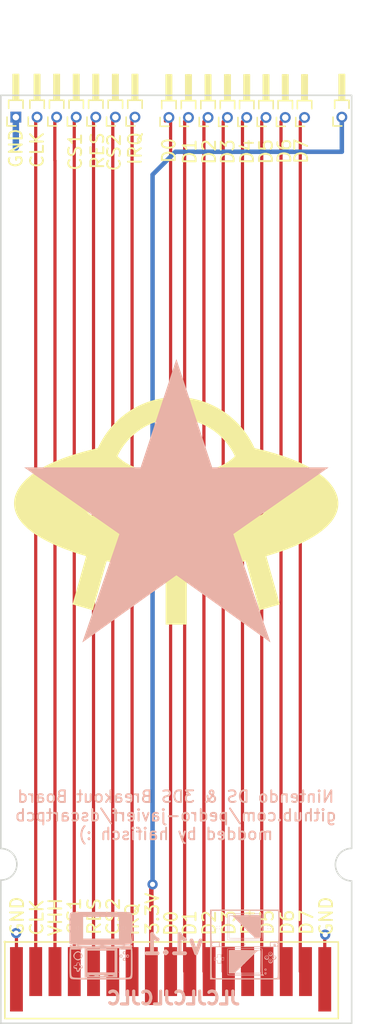
<source format=kicad_pcb>
(kicad_pcb (version 20211014) (generator pcbnew)
  (title_block (title "Nintendo DS Breakout Board") (date "2021-01-04") (rev "1.0") (company "pedro-javierf") (comment 1 "pedrojavier.com") (comment 2 "A breakout board for Nintendo DS/DSi/3DS exposing all signals"))
  (layers (0 "F.Cu" signal) (31 "B.Cu" signal) (34 "B.Paste" user) (35 "F.Paste" user) (36 "B.SilkS" user "B.Silkscreen") (37 "F.SilkS" user "F.Silkscreen") (38 "B.Mask" user) (39 "F.Mask" user) (44 "Edge.Cuts" user))
  (net 0 "")
  (net 1 "Net-(GNDLine1-Pad1)")
  (net 2 "Net-(J1-Pad1)")
  (net 3 "Net-(J2-Pad1)")
  (net 4 "Net-(J3-Pad1)")
  (net 5 "Net-(J4-Pad1)")
  (net 6 "Net-(J5-Pad1)")
  (net 7 "Net-(J6-Pad1)")
  (net 8 "Net-(J7-Pad1)")
  (net 9 "Net-(J8-Pad1)")
  (net 10 "Net-(J9-Pad1)")
  (net 11 "Net-(J10-Pad1)")
  (net 12 "Net-(J11-Pad1)")
  (net 13 "Net-(J12-Pad1)")
  (net 14 "Net-(J13-Pad1)")
  (net 15 "Net-(J14-Pad1)")
  (net 16 "Net-(J15-Pad1)")
  (footprint "Connector:nds_contact_pads" (layer "F.Cu") (at 92.770001 84.705)
    (fp_text reference "U1" hide)
    (fp_text value "ndsPADS")
    (pad "1" smd rect locked (at -7.1 3.95) (size 1 5) (layers "F.Cu" "F.Paste" "F.Mask") (net 1 "Net-(GNDLine1-Pad1)"))
    (pad "2" smd rect locked (at -5.6 3.35) (size 1 3.8) (layers "F.Cu" "F.Paste" "F.Mask") (net 2 "Net-(J1-Pad1)"))
    (pad "3" smd rect locked (at -4.1 3.35) (size 1 3.8) (layers "F.Cu" "F.Paste" "F.Mask") (net 15 "Net-(J14-Pad1)"))
    (pad "4" smd rect locked (at -2.6 3.35) (size 1 3.8) (layers "F.Cu" "F.Paste" "F.Mask") (net 3 "Net-(J2-Pad1)"))
    (pad "5" smd rect locked (at -1.1 3.35) (size 1 3.8) (layers "F.Cu" "F.Paste" "F.Mask") (net 4 "Net-(J3-Pad1)"))
    (pad "6" smd rect locked (at 0.4 3.35) (size 1 3.8) (layers "F.Cu" "F.Paste" "F.Mask") (net 5 "Net-(J4-Pad1)"))
    (pad "7" smd rect locked (at 1.9 3.35) (size 1 3.8) (layers "F.Cu" "F.Paste" "F.Mask") (net 6 "Net-(J5-Pad1)"))
    (pad "8" smd rect locked (at 3.4 3.7) (size 1 4.5) (layers "F.Cu" "F.Paste" "F.Mask") (net 16 "Net-(J15-Pad1)"))
    (pad "9" smd rect locked (at 4.9 3.35) (size 1 3.8) (layers "F.Cu" "F.Paste" "F.Mask") (net 7 "Net-(J6-Pad1)"))
    (pad "10" smd rect locked (at 6.4 3.35) (size 1 3.8) (layers "F.Cu" "F.Paste" "F.Mask") (net 8 "Net-(J7-Pad1)"))
    (pad "11" smd rect locked (at 7.9 3.35) (size 1 3.8) (layers "F.Cu" "F.Paste" "F.Mask") (net 9 "Net-(J8-Pad1)"))
    (pad "12" smd rect locked (at 9.4 3.35) (size 1 3.8) (layers "F.Cu" "F.Paste" "F.Mask") (net 10 "Net-(J9-Pad1)"))
    (pad "13" smd rect locked (at 10.9 3.35) (size 1 3.8) (layers "F.Cu" "F.Paste" "F.Mask") (net 11 "Net-(J10-Pad1)"))
    (pad "14" smd rect locked (at 12.4 3.35) (size 1 3.8) (layers "F.Cu" "F.Paste" "F.Mask") (net 12 "Net-(J11-Pad1)"))
    (pad "15" smd rect locked (at 13.9 3.35) (size 1 3.8) (layers "F.Cu" "F.Paste" "F.Mask") (net 13 "Net-(J12-Pad1)"))
    (pad "16" smd rect locked (at 15.4 3.35) (size 1 3.8) (layers "F.Cu" "F.Paste" "F.Mask") (net 14 "Net-(J13-Pad1)"))
    (pad "17" smd rect locked (at 16.9 3.95) (size 1 5) (layers "F.Cu" "F.Paste" "F.Mask") (net 1 "Net-(GNDLine1-Pad1)"))
  )
  (footprint "Connector_PinHeader_1.00mm:PinHeader_1x01_P1.00mm_Horizontal" (layer "F.Cu") (at 87.2744 21.6916 90)
    (fp_text reference "CLK" (at -2.54 0 90) (layer "F.SilkS"))
    (fp_text value "Conn_01x01_Female")
    (pad "1" thru_hole circle locked (at 0 0 90) (size 0.85 0.85) (drill 0.5) (layers *.Cu *.Mask) (net 2 "Net-(J1-Pad1)"))
  )
  (footprint "Connector_PinHeader_1.00mm:PinHeader_1x01_P1.00mm_Horizontal" (layer "F.Cu") (at 90.3224 21.6916 90)
    (fp_text reference "CS1" (at -2.6924 -0.0762 90) (layer "F.SilkS"))
    (fp_text value "Conn_01x01_Female")
    (pad "1" thru_hole circle locked (at 0 0 90) (size 0.85 0.85) (drill 0.5) (layers *.Cu *.Mask) (net 3 "Net-(J2-Pad1)"))
  )
  (footprint "Connector_PinHeader_1.00mm:PinHeader_1x01_P1.00mm_Horizontal" (layer "F.Cu") (at 91.8464 21.6916 90)
    (fp_text reference "RES" (at -2.6162 0.127 90) (layer "F.SilkS"))
    (fp_text value "Conn_01x01_Female")
    (pad "1" thru_hole circle locked (at 0 0 90) (size 0.85 0.85) (drill 0.5) (layers *.Cu *.Mask) (net 4 "Net-(J3-Pad1)"))
  )
  (footprint "Connector_PinHeader_1.00mm:PinHeader_1x01_P1.00mm_Horizontal" (layer "F.Cu") (at 93.3704 21.6916 90)
    (fp_text reference "CS2" (at -2.7432 -0.1016 90) (layer "F.SilkS"))
    (fp_text value "Conn_01x01_Female")
    (pad "1" thru_hole circle locked (at 0 0 90) (size 0.85 0.85) (drill 0.5) (layers *.Cu *.Mask) (net 5 "Net-(J4-Pad1)"))
  )
  (footprint "Connector_PinHeader_1.00mm:PinHeader_1x01_P1.00mm_Horizontal" (layer "F.Cu") (at 94.8944 21.6916 90)
    (fp_text reference "IRQ" (at -2.4384 0 90) (layer "F.SilkS"))
    (fp_text value "Conn_01x01_Female")
    (pad "1" thru_hole circle locked (at 0 0 90) (size 0.85 0.85) (drill 0.5) (layers *.Cu *.Mask) (net 6 "Net-(J5-Pad1)"))
  )
  (footprint "Connector_PinHeader_1.00mm:PinHeader_1x01_P1.00mm_Horizontal" (layer "F.Cu") (at 97.536 21.7206 90)
    (fp_text reference "D0" (at -2.5654 0 90) (layer "F.SilkS"))
    (fp_text value "Conn_01x01_Female")
    (pad "1" thru_hole circle locked (at 0 0 90) (size 0.85 0.85) (drill 0.5) (layers *.Cu *.Mask) (net 7 "Net-(J6-Pad1)"))
  )
  (footprint "Connector_PinHeader_1.00mm:PinHeader_1x01_P1.00mm_Horizontal" (layer "F.Cu") (at 99.06 21.7206 90)
    (fp_text reference "D1" (at -2.6634 0.1016 90) (layer "F.SilkS"))
    (fp_text value "Conn_01x01_Female")
    (pad "1" thru_hole circle locked (at 0 0 90) (size 0.85 0.85) (drill 0.5) (layers *.Cu *.Mask) (net 8 "Net-(J7-Pad1)"))
  )
  (footprint "Connector_PinHeader_1.00mm:PinHeader_1x01_P1.00mm_Horizontal" (layer "F.Cu") (at 100.584 21.7206 90)
    (fp_text reference "D2" (at -2.6634 0.0889 90) (layer "F.SilkS"))
    (fp_text value "Conn_01x01_Female")
    (pad "1" thru_hole circle locked (at 0 0 90) (size 0.85 0.85) (drill 0.5) (layers *.Cu *.Mask) (net 9 "Net-(J8-Pad1)"))
  )
  (footprint "Connector_PinHeader_1.00mm:PinHeader_1x01_P1.00mm_Horizontal" (layer "F.Cu") (at 102.095 21.7206 90)
    (fp_text reference "D3" (at -2.6634 0.0254 90) (layer "F.SilkS"))
    (fp_text value "Conn_01x01_Female")
    (pad "1" thru_hole circle locked (at 0 0 90) (size 0.85 0.85) (drill 0.5) (layers *.Cu *.Mask) (net 10 "Net-(J9-Pad1)"))
  )
  (footprint "Connector_PinHeader_1.00mm:PinHeader_1x01_P1.00mm_Horizontal" (layer "F.Cu") (at 103.595 21.7206 90)
    (fp_text reference "D4" (at -2.6634 0.0254 90) (layer "F.SilkS"))
    (fp_text value "Conn_01x01_Female")
    (pad "1" thru_hole circle locked (at 0 0 90) (size 0.85 0.85) (drill 0.5) (layers *.Cu *.Mask) (net 11 "Net-(J10-Pad1)"))
  )
  (footprint "Connector_PinHeader_1.00mm:PinHeader_1x01_P1.00mm_Horizontal" (layer "F.Cu") (at 105.095 21.7206 90)
    (fp_text reference "D5" (at -2.6494 -0.0014 90) (layer "F.SilkS"))
    (fp_text value "Conn_01x01_Female")
    (pad "1" thru_hole circle locked (at 0 0 90) (size 0.85 0.85) (drill 0.5) (layers *.Cu *.Mask) (net 12 "Net-(J11-Pad1)"))
  )
  (footprint "Connector_PinHeader_1.00mm:PinHeader_1x01_P1.00mm_Horizontal" (layer "F.Cu") (at 106.595 21.7206 90)
    (fp_text reference "D6" (at -2.6162 -0.0635 270) (layer "F.SilkS"))
    (fp_text value "Conn_01x01_Female")
    (pad "1" thru_hole circle locked (at 0 0 90) (size 0.85 0.85) (drill 0.5) (layers *.Cu *.Mask) (net 13 "Net-(J12-Pad1)"))
  )
  (footprint "Connector_PinHeader_1.00mm:PinHeader_1x01_P1.00mm_Horizontal" (layer "F.Cu") (at 108.095 21.7206 90)
    (fp_text reference "D7" (at -2.6162 -0.254 90) (layer "F.SilkS"))
    (fp_text value "Conn_01x01_Female")
    (pad "1" thru_hole circle locked (at 0 0 90) (size 0.85 0.85) (drill 0.5) (layers *.Cu *.Mask) (net 14 "Net-(J13-Pad1)"))
  )
  (footprint "Connector_PinHeader_1.00mm:PinHeader_1x01_P1.00mm_Horizontal" (layer "F.Cu") (at 85.6234 21.6916 90)
    (fp_text reference "GND" (at -2.413 0 90) (layer "F.SilkS"))
    (fp_text value "Conn_01x01_Female")
    (pad "1" thru_hole rect locked (at 0 0 90) (size 0.85 0.85) (drill 0.5) (layers *.Cu *.Mask) (net 1 "Net-(GNDLine1-Pad1)"))
  )
  (footprint "Connector:3dsIcon" (layer "F.Cu") (at 92.2528 86.1314)
    (fp_text reference "G***" hide)
    (fp_text value "LOGO" hide)
  )
  (footprint "Connector_PinHeader_1.00mm:PinHeader_1x01_P1.00mm_Horizontal" (layer "F.Cu") (at 88.7984 21.6916 90)
    (fp_text reference "J14" hide)
    (fp_text value "Conn_01x01_Female")
    (pad "1" thru_hole circle locked (at 0 0 90) (size 0.85 0.85) (drill 0.5) (layers *.Cu *.Mask) (net 15 "Net-(J14-Pad1)"))
  )
  (footprint "Connector_PinHeader_1.00mm:PinHeader_1x01_P1.00mm_Horizontal" (layer "F.Cu") (at 110.998 21.695 90)
    (fp_text reference "3.3V" hide)
    (fp_text value "Conn_01x01_Female")
    (pad "1" thru_hole circle locked (at 0 0 90) (size 0.85 0.85) (drill 0.5) (layers *.Cu *.Mask) (net 16 "Net-(J15-Pad1)"))
  )
  (footprint "Connector:ndsIcon" (layer "F.Cu") (at 103.4542 85.9536)
    (fp_text reference "G***" hide)
    (fp_text value "LOGO" hide)
    (fp_text user "Y" (at 1.7 1) (layer "B.SilkS") (effects (font (size 0.1 0.1) (thickness 0.025))))
    (fp_text user "B" (at 1.975 1.275) (layer "B.SilkS") (effects (font (size 0.1 0.1) (thickness 0.025))))
    (fp_text user "X" (at 1.975 0.725) (layer "B.SilkS") (effects (font (size 0.1 0.1) (thickness 0.025))))
    (fp_text user "A" (at 2.275 0.975) (layer "B.SilkS") (effects (font (size 0.1 0.1) (thickness 0.025))))
  )
  (gr_poly (pts (xy 100.903618 48.895529) (xy 109.973533 48.895529) (xy 102.549325 54.076071) (xy 105.443867 62.495113) (xy 98.120201 57.277528) (xy 90.796535 62.495113) (xy 93.685784 54.076071) (xy 86.266868 48.895529) (xy 95.336784 48.895529) (xy 98.120201 40.476488)) (layer "B.SilkS") (width 0) (fill solid))
  (gr_poly (pts (xy 98.364944 43.44021) (xy 98.623342 43.455162) (xy 98.88 43.48) (xy 99.134706 43.514655) (xy 99.387249 43.55906) (xy 99.637417 43.613147) (xy 99.885 43.676848) (xy 100.129786 43.750096) (xy 100.371564 43.832823) (xy 100.610124 43.92496) (xy 100.845253 44.026441) (xy 101.07674 44.137197) (xy 101.304376 44.25716) (xy 101.527947 44.386264) (xy 101.747244 44.524439) (xy 101.962054 44.671619) (xy 102.143124 44.805405) (xy 102.319149 44.944648) (xy 102.490039 45.089228) (xy 102.655703 45.239023) (xy 102.81605 45.393913) (xy 102.970992 45.553777) (xy 103.120437 45.718494) (xy 103.264295 45.887944) (xy 103.402477 46.062006) (xy 103.53489 46.240559) (xy 103.661446 46.423483) (xy 103.782055 46.610656) (xy 103.896625 46.801958) (xy 104.005066 46.997268) (xy 104.107289 47.196465) (xy 104.203202 47.399429) (xy 104.676448 47.508355) (xy 104.960826 47.57929) (xy 105.271435 47.661426) (xy 105.604071 47.754929) (xy 105.954529 47.859964) (xy 106.318605 47.976696) (xy 106.692094 48.105291) (xy 107.088899 48.253003) (xy 107.465654 48.405508) (xy 107.822306 48.562769) (xy 108.158802 48.724744) (xy 108.475086 48.891393) (xy 108.771106 49.062678) (xy 109.046807 49.238556) (xy 109.302136 49.41899) (xy 109.537039 49.603938) (xy 109.751461 49.79336) (xy 109.850975 49.889737) (xy 109.94535 49.987217) (xy 110.034577 50.085796) (xy 110.11865 50.185468) (xy 110.197563 50.28623) (xy 110.271309 50.388075) (xy 110.339881 50.490998) (xy 110.403272 50.594995) (xy 110.461476 50.700061) (xy 110.514485 50.80619) (xy 110.562294 50.913379) (xy 110.604896 51.02162) (xy 110.634273 51.107333) (xy 110.660942 51.198679) (xy 110.684117 51.295431) (xy 110.70301 51.397363) (xy 110.716836 51.504247) (xy 110.724807 51.615858) (xy 110.726138 51.731969) (xy 110.720043 51.852353) (xy 110.705733 51.976784) (xy 110.682424 52.105036) (xy 110.649328 52.236881) (xy 110.605659 52.372093) (xy 110.55063 52.510446) (xy 110.483456 52.651712) (xy 110.403349 52.795667) (xy 110.309524 52.942082) (xy 110.21514 53.072215) (xy 110.112364 53.199484) (xy 109.883542 53.44542) (xy 109.626861 53.679885) (xy 109.346129 53.902868) (xy 109.04515 54.114363) (xy 108.727731 54.314361) (xy 108.397677 54.502855) (xy 108.058793 54.679837) (xy 107.714886 54.845298) (xy 107.369761 54.999231) (xy 107.027223 55.141628) (xy 106.691079 55.272481) (xy 106.053193 55.499523) (xy 105.486548 55.680294) (xy 105.395145 55.707659) (xy 105.303358 55.734591) (xy 105.118949 55.787535) (xy 106.173532 59.538775) (xy 104.590524 59.996846) (xy 103.518537 56.183632) (xy 102.952916 56.297612) (xy 102.382383 56.399631) (xy 101.808226 56.489494) (xy 101.231735 56.567007) (xy 100.6542 56.631973) (xy 100.076909 56.684198) (xy 99.501153 56.723487) (xy 98.928221 56.749644) (xy 98.928221 61.105505) (xy 97.282106 61.105505) (xy 97.282106 56.749644) (xy 96.709174 56.723503) (xy 96.133417 56.684226) (xy 95.556127 56.632007) (xy 94.978591 56.567043) (xy 94.402099 56.489529) (xy 93.827942 56.399659) (xy 93.257409 56.297628) (xy 92.691789 56.183632) (xy 91.619852 59.996846) (xy 90.036796 59.538775) (xy 91.091378 55.787535) (xy 90.906949 55.734616) (xy 90.81516 55.707701) (xy 90.723778 55.680346) (xy 90.157119 55.499588) (xy 89.519226 55.272547) (xy 89.183081 55.141692) (xy 88.840544 54.999292) (xy 88.49542 54.845355) (xy 88.151514 54.679889) (xy 87.812633 54.502902) (xy 87.482582 54.314404) (xy 87.165166 54.114402) (xy 86.86419 53.902905) (xy 86.58346 53.679921) (xy 86.326782 53.445459) (xy 86.208652 53.323925) (xy 86.097961 53.199526) (xy 86.069244 53.163966) (xy 97.303258 53.163966) (xy 97.304301 53.205822) (xy 97.307397 53.247129) (xy 97.312495 53.287836) (xy 97.319545 53.327891) (xy 97.328497 53.367243) (xy 97.3393 53.405842) (xy 97.351904 53.443635) (xy 97.366259 53.480573) (xy 97.382314 53.516604) (xy 97.400018 53.551676) (xy 97.419323 53.585739) (xy 97.440176 53.618741) (xy 97.462528 53.650632) (xy 97.486329 53.68136) (xy 97.511527 53.710874) (xy 97.538073 53.739123) (xy 97.565917 53.766056) (xy 97.595008 53.791622) (xy 97.625295 53.81577) (xy 97.656729 53.838448) (xy 97.689259 53.859606) (xy 97.722834 53.879192) (xy 97.757404 53.897155) (xy 97.79292 53.913445) (xy 97.82933 53.928009) (xy 97.866584 53.940798) (xy 97.904632 53.951759) (xy 97.943423 53.960842) (xy 97.982907 53.967995) (xy 98.023035 53.973168) (xy 98.063754 53.976309) (xy 98.105016 53.977368) (xy 98.146273 53.976309) (xy 98.186989 53.973168) (xy 98.227113 53.967995) (xy 98.266594 53.960842) (xy 98.305383 53.951759) (xy 98.343429 53.940798) (xy 98.380682 53.928009) (xy 98.417091 53.913445) (xy 98.452606 53.897155) (xy 98.487176 53.879192) (xy 98.520751 53.859606) (xy 98.553281 53.838448) (xy 98.584715 53.81577) (xy 98.615003 53.791622) (xy 98.644095 53.766056) (xy 98.67194 53.739123) (xy 98.698487 53.710874) (xy 98.723687 53.68136) (xy 98.747489 53.650632) (xy 98.769843 53.618741) (xy 98.790698 53.585739) (xy 98.810003 53.551676) (xy 98.827709 53.516604) (xy 98.843766 53.480573) (xy 98.858122 53.443635) (xy 98.870727 53.405842) (xy 98.881531 53.367243) (xy 98.890484 53.327891) (xy 98.897535 53.287836) (xy 98.902634 53.247129) (xy 98.90573 53.205822) (xy 98.906774 53.163966) (xy 98.90573 53.122109) (xy 98.902634 53.080802) (xy 98.897535 53.040096) (xy 98.890484 53.000041) (xy 98.881531 52.960689) (xy 98.870727 52.92209) (xy 98.858122 52.884297) (xy 98.843766 52.847359) (xy 98.827709 52.811329) (xy 98.810003 52.776257) (xy 98.790698 52.742194) (xy 98.769843 52.709192) (xy 98.747489 52.677301) (xy 98.723687 52.646573) (xy 98.698487 52.617059) (xy 98.67194 52.58881) (xy 98.644095 52.561877) (xy 98.615003 52.536311) (xy 98.584715 52.512163) (xy 98.553281 52.489485) (xy 98.520751 52.468327) (xy 98.487176 52.448741) (xy 98.452606 52.430778) (xy 98.417091 52.414488) (xy 98.380682 52.399924) (xy 98.343429 52.387135) (xy 98.305383 52.376174) (xy 98.266594 52.367091) (xy 98.227113 52.359938) (xy 98.186989 52.354765) (xy 98.146273 52.351624) (xy 98.105016 52.350565) (xy 98.063759 52.351624) (xy 98.023043 52.354765) (xy 97.982919 52.359938) (xy 97.943437 52.367091) (xy 97.904648 52.376174) (xy 97.866602 52.387135) (xy 97.82935 52.399924) (xy 97.792941 52.414488) (xy 97.757426 52.430778) (xy 97.722856 52.448741) (xy 97.689281 52.468327) (xy 97.656751 52.489485) (xy 97.625317 52.512163) (xy 97.595029 52.536311) (xy 97.565937 52.561877) (xy 97.538092 52.58881) (xy 97.511544 52.617059) (xy 97.486345 52.646573) (xy 97.462543 52.677301) (xy 97.440189 52.709192) (xy 97.419334 52.742194) (xy 97.400028 52.776257) (xy 97.382322 52.811329) (xy 97.366266 52.847359) (xy 97.35191 52.884297) (xy 97.339305 52.92209) (xy 97.3285 52.960689) (xy 97.319547 53.000041) (xy 97.312496 53.040096) (xy 97.307398 53.080802) (xy 97.304301 53.122109) (xy 97.303258 53.163966) (xy 86.069244 53.163966) (xy 85.995186 53.072261) (xy 85.900802 52.942131) (xy 85.852103 52.868626) (xy 85.806934 52.795708) (xy 85.765196 52.723405) (xy 85.726791 52.651746) (xy 85.69162 52.580759) (xy 85.659586 52.510472) (xy 85.630589 52.440914) (xy 85.604531 52.372114) (xy 85.581315 52.304098) (xy 85.560841 52.236897) (xy 85.527727 52.105048) (xy 85.504403 51.976793) (xy 85.491246 51.862482) (xy 91.049224 51.862482) (xy 91.050267 51.904339) (xy 91.053363 51.945646) (xy 91.058462 51.986353) (xy 91.065513 52.026408) (xy 91.074466 52.06576) (xy 91.085271 52.104359) (xy 91.097876 52.142152) (xy 91.112232 52.17909) (xy 91.128288 52.21512) (xy 91.145994 52.250193) (xy 91.1653 52.284255) (xy 91.186155 52.317258) (xy 91.208509 52.349148) (xy 91.232311 52.379876) (xy 91.257511 52.409391) (xy 91.284058 52.43764) (xy 91.311903 52.464573) (xy 91.340995 52.490139) (xy 91.371283 52.514287) (xy 91.402717 52.536965) (xy 91.435247 52.558123) (xy 91.468822 52.577709) (xy 91.503393 52.595672) (xy 91.538907 52.611962) (xy 91.575316 52.626526) (xy 91.612569 52.639315) (xy 91.650615 52.650276) (xy 91.689404 52.659359) (xy 91.728886 52.666512) (xy 91.76901 52.671685) (xy 91.809725 52.674826) (xy 91.850983 52.675885) (xy 91.892244 52.674826) (xy 91.932964 52.671685) (xy 91.973092 52.666512) (xy 92.012577 52.659359) (xy 92.05137 52.650276) (xy 92.089419 52.639315) (xy 92.126674 52.626526) (xy 92.163086 52.611962) (xy 92.198602 52.595672) (xy 92.233174 52.577709) (xy 92.266751 52.558123) (xy 92.299283 52.536965) (xy 92.330718 52.514287) (xy 92.361007 52.490139) (xy 92.390099 52.464573) (xy 92.417944 52.43764) (xy 92.444491 52.409391) (xy 92.469691 52.379876) (xy 92.493492 52.349148) (xy 92.515845 52.317258) (xy 92.536698 52.284255) (xy 92.556002 52.250193) (xy 92.573707 52.21512) (xy 92.589761 52.17909) (xy 92.604114 52.142152) (xy 92.616717 52.104359) (xy 92.627518 52.06576) (xy 92.636468 52.026408) (xy 92.643515 51.986353) (xy 92.64861 51.945646) (xy 92.651702 51.904339) (xy 92.652741 51.862484) (xy 103.557241 51.862484) (xy 103.558284 51.904341) (xy 103.56138 51.945648) (xy 103.566479 51.986354) (xy 103.57353 52.026409) (xy 103.582483 52.065761) (xy 103.593287 52.10436) (xy 103.605892 52.142153) (xy 103.620248 52.179091) (xy 103.636305 52.215121) (xy 103.654011 52.250193) (xy 103.673316 52.284256) (xy 103.694171 52.317258) (xy 103.716525 52.349149) (xy 103.740327 52.379877) (xy 103.765527 52.409391) (xy 103.792074 52.43764) (xy 103.819919 52.464573) (xy 103.849011 52.490139) (xy 103.879299 52.514287) (xy 103.910733 52.536965) (xy 103.943263 52.558123) (xy 103.976838 52.577709) (xy 104.011408 52.595672) (xy 104.046923 52.611962) (xy 104.083332 52.626526) (xy 104.120584 52.639315) (xy 104.15863 52.650276) (xy 104.197419 52.659359) (xy 104.236901 52.666512) (xy 104.277025 52.671685) (xy 104.317741 52.674826) (xy 104.358998 52.675885) (xy 104.400256 52.674826) (xy 104.440971 52.671685) (xy 104.481095 52.666512) (xy 104.520577 52.659359) (xy 104.559366 52.650276) (xy 104.597412 52.639315) (xy 104.634664 52.626526) (xy 104.671073 52.611962) (xy 104.706588 52.595672) (xy 104.741158 52.577709) (xy 104.774733 52.558123) (xy 104.807263 52.536965) (xy 104.838697 52.514287) (xy 104.868985 52.490139) (xy 104.898077 52.464573) (xy 104.925922 52.43764) (xy 104.952469 52.409391) (xy 104.977669 52.379877) (xy 105.001471 52.349149) (xy 105.023825 52.317258) (xy 105.04468 52.284256) (xy 105.063986 52.250193) (xy 105.081692 52.215121) (xy 105.097748 52.179091) (xy 105.112104 52.142153) (xy 105.12471 52.10436) (xy 105.135514 52.065761) (xy 105.144467 52.026409) (xy 105.151518 51.986354) (xy 105.156617 51.945648) (xy 105.159713 51.904341) (xy 105.160756 51.862484) (xy 105.159713 51.820623) (xy 105.156617 51.779312) (xy 105.151519 51.738602) (xy 105.144469 51.698543) (xy 105.135517 51.659187) (xy 105.124714 51.620585) (xy 105.11211 51.582789) (xy 105.097755 51.545848) (xy 105.0817 51.509815) (xy 105.063996 51.474741) (xy 105.044691 51.440676) (xy 105.023838 51.407672) (xy 105.001486 51.375779) (xy 104.977685 51.34505) (xy 104.952487 51.315534) (xy 104.92594 51.287284) (xy 104.898097 51.260349) (xy 104.869006 51.234782) (xy 104.838718 51.210634) (xy 104.807285 51.187955) (xy 104.774755 51.166797) (xy 104.74118 51.14721) (xy 104.706609 51.129246) (xy 104.671094 51.112956) (xy 104.634684 51.098392) (xy 104.59743 51.085603) (xy 104.559382 51.074642) (xy 104.520591 51.065559) (xy 104.481107 51.058405) (xy 104.440979 51.053232) (xy 104.40026 51.050091) (xy 104.358998 51.049033) (xy 104.317741 51.050091) (xy 104.277025 51.053233) (xy 104.236901 51.058406) (xy 104.197419 51.065561) (xy 104.15863 51.074645) (xy 104.120584 51.085607) (xy 104.083332 51.098397) (xy 104.046923 51.112963) (xy 104.011408 51.129255) (xy 103.976838 51.14722) (xy 103.943263 51.166808) (xy 103.910733 51.187968) (xy 103.879299 51.210648) (xy 103.849011 51.234798) (xy 103.819919 51.260367) (xy 103.792074 51.287302) (xy 103.765527 51.315554) (xy 103.740327 51.34507) (xy 103.716525 51.3758) (xy 103.694171 51.407693) (xy 103.673316 51.440698) (xy 103.654011 51.474763) (xy 103.636305 51.509837) (xy 103.620248 51.545869) (xy 103.605892 51.582808) (xy 103.593287 51.620604) (xy 103.582483 51.659204) (xy 103.57353 51.698557) (xy 103.566479 51.738613) (xy 103.56138 51.77932) (xy 103.558284 51.820628) (xy 103.557241 51.862484) (xy 92.652741 51.862484) (xy 92.652741 51.862482) (xy 92.651698 51.820622) (xy 92.648601 51.77931) (xy 92.643503 51.7386) (xy 92.636452 51.698541) (xy 92.627499 51.659185) (xy 92.616694 51.620583) (xy 92.604089 51.582787) (xy 92.589733 51.545846) (xy 92.573677 51.509813) (xy 92.555971 51.474739) (xy 92.536665 51.440674) (xy 92.51581 51.40767) (xy 92.493456 51.375777) (xy 92.469654 51.345048) (xy 92.444454 51.315532) (xy 92.417907 51.287282) (xy 92.390062 51.260347) (xy 92.36097 51.23478) (xy 92.330682 51.210632) (xy 92.299248 51.187953) (xy 92.266718 51.166795) (xy 92.233143 51.147208) (xy 92.198573 51.129244) (xy 92.163058 51.112954) (xy 92.126649 51.09839) (xy 92.089396 51.085601) (xy 92.05135 51.07464) (xy 92.012561 51.065557) (xy 91.97308 51.058403) (xy 91.932956 51.05323) (xy 91.89224 51.050089) (xy 91.850983 51.049031) (xy 91.809725 51.050089) (xy 91.76901 51.05323) (xy 91.728886 51.058402) (xy 91.689404 51.065555) (xy 91.650615 51.074637) (xy 91.612569 51.085597) (xy 91.575316 51.098384) (xy 91.538907 51.112947) (xy 91.503393 51.129236) (xy 91.468822 51.147198) (xy 91.435247 51.166783) (xy 91.402717 51.18794) (xy 91.371283 51.210617) (xy 91.340995 51.234764) (xy 91.311903 51.26033) (xy 91.284058 51.287263) (xy 91.257511 51.315512) (xy 91.232311 51.345027) (xy 91.208509 51.375756) (xy 91.186155 51.407648) (xy 91.1653 51.440652) (xy 91.145994 51.474717) (xy 91.128288 51.509792) (xy 91.112232 51.545825) (xy 91.097876 51.582767) (xy 91.085271 51.620565) (xy 91.074466 51.659169) (xy 91.065513 51.698527) (xy 91.058462 51.738588) (xy 91.053363 51.779302) (xy 91.050267 51.820617) (xy 91.049224 51.862482) (xy 85.491246 51.862482) (xy 85.490081 51.852359) (xy 85.483974 51.731973) (xy 85.485295 51.615861) (xy 85.493258 51.504249) (xy 85.507074 51.397363) (xy 85.525957 51.295431) (xy 85.549119 51.198679) (xy 85.575774 51.107333) (xy 85.605134 51.02162) (xy 85.695544 50.806199) (xy 85.806756 50.595012) (xy 85.938717 50.388098) (xy 86.091373 50.185497) (xy 86.26467 49.98725) (xy 86.458555 49.793395) (xy 86.672975 49.603975) (xy 86.907875 49.419028) (xy 87.163202 49.238594) (xy 87.438902 49.062713) (xy 87.734922 48.891426) (xy 88.051207 48.724772) (xy 88.387705 48.562792) (xy 88.744361 48.405525) (xy 89.121123 48.253011) (xy 89.517935 48.105291) (xy 89.760092 48.021912) (xy 93.536984 48.021912) (xy 93.592827 48.079599) (xy 93.656499 48.141027) (xy 93.728342 48.205695) (xy 93.808702 48.273104) (xy 93.897923 48.342754) (xy 93.996348 48.414147) (xy 94.04912 48.45034) (xy 94.104323 48.486782) (xy 94.161999 48.52341) (xy 94.222191 48.560161) (xy 94.491116 48.707775) (xy 94.815148 48.856075) (xy 94.998879 48.92852) (xy 95.19765 48.998783) (xy 95.411879 49.066078) (xy 95.641988 49.129621) (xy 95.888398 49.188628) (xy 96.151529 49.242312) (xy 96.431801 49.289891) (xy 96.729636 49.330579) (xy 97.045455 49.36359) (xy 97.379677 49.388142) (xy 97.732724 49.403448) (xy 98.105016 49.408725) (xy 98.371657 49.406048) (xy 98.628742 49.398187) (xy 98.876428 49.385399) (xy 99.114871 49.36794) (xy 99.344227 49.346065) (xy 99.564652 49.32003) (xy 99.776303 49.290093) (xy 99.979336 49.256508) (xy 100.173908 49.219532) (xy 100.360174 49.179421) (xy 100.53829 49.13643) (xy 100.708414 49.090816) (xy 100.870701 49.042835) (xy 101.025308 48.992743) (xy 101.172391 48.940796) (xy 101.312106 48.88725) (xy 101.444609 48.832361) (xy 101.570057 48.776385) (xy 101.688607 48.719577) (xy 101.800413 48.662195) (xy 102.004423 48.546731) (xy 102.183338 48.432038) (xy 102.338408 48.320167) (xy 102.470882 48.213165) (xy 102.582012 48.11308) (xy 102.673047 48.021961) (xy 102.50551 47.698993) (xy 102.316879 47.39102) (xy 102.108303 47.098849) (xy 101.880933 46.823286) (xy 101.635918 46.565136) (xy 101.374408 46.325205) (xy 101.097552 46.1043) (xy 100.806501 45.903226) (xy 100.502404 45.722789) (xy 100.18641 45.563796) (xy 99.85967 45.427052) (xy 99.523334 45.313364) (xy 99.17855 45.223536) (xy 98.82647 45.158376) (xy 98.468242 45.118689) (xy 98.105016 45.10528) (xy 97.92285 45.108649) (xy 97.74179 45.118688) (xy 97.561979 45.135296) (xy 97.383562 45.158374) (xy 97.206681 45.187819) (xy 97.031481 45.223532) (xy 96.858105 45.265411) (xy 96.686698 45.313356) (xy 96.517402 45.367266) (xy 96.350361 45.427041) (xy 96.185719 45.492579) (xy 96.023621 45.563781) (xy 95.864209 45.640544) (xy 95.707627 45.722769) (xy 95.55402 45.810355) (xy 95.40353 45.903201) (xy 95.256302 46.001207) (xy 95.112478 46.10427) (xy 94.972204 46.212292) (xy 94.835623 46.325171) (xy 94.702877 46.442806) (xy 94.574112 46.565098) (xy 94.449471 46.691944) (xy 94.329097 46.823244) (xy 94.213135 46.958898) (xy 94.101727 47.098804) (xy 93.995018 47.242863) (xy 93.893151 47.390973) (xy 93.796271 47.543033) (xy 93.70452 47.698944) (xy 93.618043 47.858603) (xy 93.536984 48.021912) (xy 89.760092 48.021912) (xy 89.891409 47.976696) (xy 90.255473 47.859965) (xy 90.605922 47.754932) (xy 90.938552 47.661432) (xy 91.249158 47.579302) (xy 91.533534 47.508376) (xy 92.006779 47.399479) (xy 92.102692 47.196498) (xy 92.204915 46.997287) (xy 92.313356 46.801966) (xy 92.427926 46.610656) (xy 92.548534 46.423477) (xy 92.675091 46.240549) (xy 92.807504 46.061994) (xy 92.945685 45.887932) (xy 93.089544 45.718482) (xy 93.238989 45.553766) (xy 93.39393 45.393904) (xy 93.554278 45.239016) (xy 93.719942 45.089224) (xy 93.890832 44.944646) (xy 94.066857 44.805404) (xy 94.247927 44.671619) (xy 94.462729 44.524431) (xy 94.68202 44.386249) (xy 94.905588 44.257142) (xy 95.133221 44.137175) (xy 95.364709 44.026418) (xy 95.599839 43.924938) (xy 95.838401 43.832802) (xy 96.080184 43.750077) (xy 96.324975 43.676832) (xy 96.572564 43.613134) (xy 96.822739 43.55905) (xy 97.07529 43.514648) (xy 97.330004 43.479995) (xy 97.586671 43.45516) (xy 97.845078 43.440209) (xy 98.105016 43.435211)) (layer "F.SilkS") (width 0) (fill solid))
  (gr_line (start 111.76 78.486) (end 111.76 20) (layer "Edge.Cuts") (width 0.12))
  (gr_arc (start 84.455785 78.500187) (mid 85.699964 79.725393) (end 84.455 80.9498) (layer "Edge.Cuts") (width 0.12))
  (gr_arc (start 111.759914 81.014001) (mid 110.48596 79.749957) (end 111.76 78.486) (layer "Edge.Cuts") (width 0.12))
  (gr_line (start 84.455 80.9498) (end 84.45 92.075) (layer "Edge.Cuts") (width 0.12))
  (gr_line (start 84.45 92.075) (end 111.76 92.075) (layer "Edge.Cuts") (width 0.12))
  (gr_line (start 111.76 92.075) (end 111.759914 81.014001) (layer "Edge.Cuts") (width 0.12))
  (gr_line (start 111.76 20) (end 84.455 20) (layer "Edge.Cuts") (width 0.12))
  (gr_line (start 84.455 20) (end 84.455785 78.500187) (layer "Edge.Cuts") (width 0.12))
  (gr_text "Nintendo DS & 3DS Breakout Board\ngithub.com/pedro-javierf/dscartpcb\nmodded by haifisch :)" (at 98.0694 75.9206) (layer "B.SilkS") (effects (font (size 0.9 0.9)) (justify mirror)))
  (gr_text "v1.1" (at 97.8662 85.9536) (layer "B.SilkS") (effects (font (size 1.5 1.5) (thickness 0.3)) (justify mirror)))
  (gr_text "JLCJLCJLCJLC" (at 97.8916 90.1192) (layer "B.SilkS") (effects (font (size 1 1) (thickness 0.25)) (justify mirror)))
  (gr_text "VHH" (at 88.6968 83.82 90) (layer "F.SilkS") (effects (font (size 1 1))))
  (gr_text "D0" (at 97.7 84.3 90) (layer "F.SilkS") (effects (font (size 1 1))))
  (gr_text "D3" (at 102.2 84.25 90) (layer "F.SilkS") (effects (font (size 1 1))))
  (gr_text "IRQ" (at 94.675 84 90) (layer "F.SilkS") (effects (font (size 1 1))))
  (gr_text "D4" (at 103.7 84.225 90) (layer "F.SilkS") (effects (font (size 1 1))))
  (gr_text "D5" (at 105.175 84.225 90) (layer "F.SilkS") (effects (font (size 1 1))))
  (gr_text "CS2" (at 93.2 83.775 90) (layer "F.SilkS") (effects (font (size 1 1))))
  (gr_text "3.3V" (at 96.25 83.55 90) (layer "F.SilkS") (effects (font (size 1 1))))
  (gr_text "CS1" (at 90.175 83.775 90) (layer "F.SilkS") (effects (font (size 1 1))))
  (gr_text "D1" (at 99.15 84.275 90) (layer "F.SilkS") (effects (font (size 1 1))))
  (gr_text "GND" (at 109.775 83.7565 90) (layer "F.SilkS") (effects (font (size 1 1))))
  (gr_text "D2" (at 100.675 84.275 90) (layer "F.SilkS") (effects (font (size 1 1))))
  (gr_text "D6" (at 106.75 84.225 90) (layer "F.SilkS") (effects (font (size 1 1))))
  (gr_text "CLK" (at 87.25 83.85 90) (layer "F.SilkS") (effects (font (size 1 1))))
  (gr_text "RES" (at 91.725 83.775 90) (layer "F.SilkS") (effects (font (size 1 1))))
  (gr_text "D7" (at 108.25 84.225 90) (layer "F.SilkS") (effects (font (size 1 1))))
  (gr_text "GND" (at 85.725 83.75 90) (layer "F.SilkS") (effects (font (size 1 1))))
  (segment (start 109.670001 88.655) (end 109.670001 85.224199) (width 0.25) (layer "F.Cu") (net 1))
  (segment (start 85.670001 85.085801) (end 85.6488 85.0646) (width 0.25) (layer "F.Cu") (net 1))
  (segment (start 109.670001 85.224199) (end 109.7026 85.1916) (width 0.25) (layer "F.Cu") (net 1))
  (segment (start 109.670001 88.655) (end 109.670001 90.655) (width 0.25) (layer "F.Cu") (net 1))
  (segment (start 85.670001 88.655) (end 85.670001 85.085801) (width 0.25) (layer "F.Cu") (net 1))
  (via (at 85.6488 85.0646) (size 0.8) (drill 0.4) (layers "F.Cu" "B.Cu") (net 1))
  (via (at 109.7026 85.1916) (size 0.8) (drill 0.4) (layers "F.Cu" "B.Cu") (net 1))
  (segment (start 85.6234 21.6916) (end 85.6234 24.0411) (width 0.5) (layer "B.Cu") (net 1))
  (segment (start 87.170001 88.055) (end 87.170001 21.795999) (width 0.25) (layer "F.Cu") (net 2))
  (segment (start 87.170001 21.795999) (end 87.2744 21.6916) (width 0.25) (layer "F.Cu") (net 2))
  (segment (start 90.17 85.904999) (end 90.17 21.844) (width 0.25) (layer "F.Cu") (net 3))
  (segment (start 90.17 21.844) (end 90.3224 21.6916) (width 0.25) (layer "F.Cu") (net 3))
  (segment (start 90.170001 88.055) (end 90.17 85.904999) (width 0.25) (layer "F.Cu") (net 3))
  (segment (start 91.670001 21.867999) (end 91.8464 21.6916) (width 0.25) (layer "F.Cu") (net 4))
  (segment (start 91.670001 88.055) (end 91.670001 21.867999) (width 0.25) (layer "F.Cu") (net 4))
  (segment (start 93.170001 88.055) (end 93.170001 21.891999) (width 0.25) (layer "F.Cu") (net 5))
  (segment (start 93.170001 21.891999) (end 93.3704 21.6916) (width 0.25) (layer "F.Cu") (net 5))
  (segment (start 94.670001 21.915999) (end 94.8944 21.6916) (width 0.25) (layer "F.Cu") (net 6))
  (segment (start 94.670001 88.055) (end 94.670001 21.915999) (width 0.25) (layer "F.Cu") (net 6))
  (segment (start 97.670001 88.055) (end 97.670001 21.992999) (width 0.25) (layer "F.Cu") (net 7))
  (segment (start 97.263601 21.992999) (end 97.536 21.7206) (width 0.25) (layer "F.Cu") (net 7))
  (segment (start 98.763601 88.055) (end 98.763601 22.016999) (width 0.25) (layer "F.Cu") (net 8))
  (segment (start 99.170001 88.055) (end 99.37609 87.848911) (width 0.25) (layer "F.Cu") (net 8))
  (segment (start 98.763601 22.016999) (end 99.06 21.7206) (width 0.25) (layer "F.Cu") (net 8))
  (segment (start 100.263601 22.040999) (end 100.584 21.7206) (width 0.25) (layer "F.Cu") (net 9))
  (segment (start 100.263601 88.055) (end 100.263601 22.040999) (width 0.25) (layer "F.Cu") (net 9))
  (segment (start 101.763601 88.055) (end 101.763601 22.051999) (width 0.25) (layer "F.Cu") (net 10))
  (segment (start 101.763601 22.051999) (end 102.095 21.7206) (width 0.25) (layer "F.Cu") (net 10))
  (segment (start 103.263601 88.055) (end 103.263601 22.051999) (width 0.25) (layer "F.Cu") (net 11))
  (segment (start 103.263601 22.051999) (end 103.595 21.7206) (width 0.25) (layer "F.Cu") (net 11))
  (segment (start 104.763601 88.055) (end 104.763601 22.051999) (width 0.25) (layer "F.Cu") (net 12))
  (segment (start 104.763601 22.051999) (end 105.095 21.7206) (width 0.25) (layer "F.Cu") (net 12))
  (segment (start 106.263601 88.055) (end 106.263601 22.051999) (width 0.25) (layer "F.Cu") (net 13))
  (segment (start 106.263601 22.051999) (end 106.595 21.7206) (width 0.25) (layer "F.Cu") (net 13))
  (segment (start 107.763601 88.055) (end 107.763601 22.051999) (width 0.25) (layer "F.Cu") (net 14))
  (segment (start 107.763601 22.051999) (end 108.095 21.7206) (width 0.25) (layer "F.Cu") (net 14))
  (segment (start 88.6587 21.8313) (end 88.7984 21.6916) (width 0.25) (layer "F.Cu") (net 15))
  (segment (start 88.670001 25.068401) (end 88.6587 25.0571) (width 0.25) (layer "F.Cu") (net 15))
  (segment (start 88.6587 25.0571) (end 88.6587 21.8313) (width 0.25) (layer "F.Cu") (net 15))
  (segment (start 88.670001 88.055) (end 88.670001 25.068401) (width 0.25) (layer "F.Cu") (net 15))
  (segment (start 96.170001 88.405) (end 96.170001 81.375999) (width 0.35) (layer "F.Cu") (net 16))
  (segment (start 96.170001 81.375999) (end 96.266 81.28) (width 0.25) (layer "F.Cu") (net 16))
  (via (at 96.266 81.28) (size 0.8) (drill 0.4) (layers "F.Cu" "B.Cu") (net 16))
  (segment (start 110.998 24.384) (end 110.998 21.695) (width 0.35) (layer "B.Cu") (net 16))
  (segment (start 98.044 24.384) (end 110.998 24.384) (width 0.35) (layer "B.Cu") (net 16))
  (segment (start 96.266 81.28) (end 96.266 26.162) (width 0.35) (layer "B.Cu") (net 16))
  (segment (start 96.266 26.162) (end 98.044 24.384) (width 0.35) (layer "B.Cu") (net 16))
)
</source>
